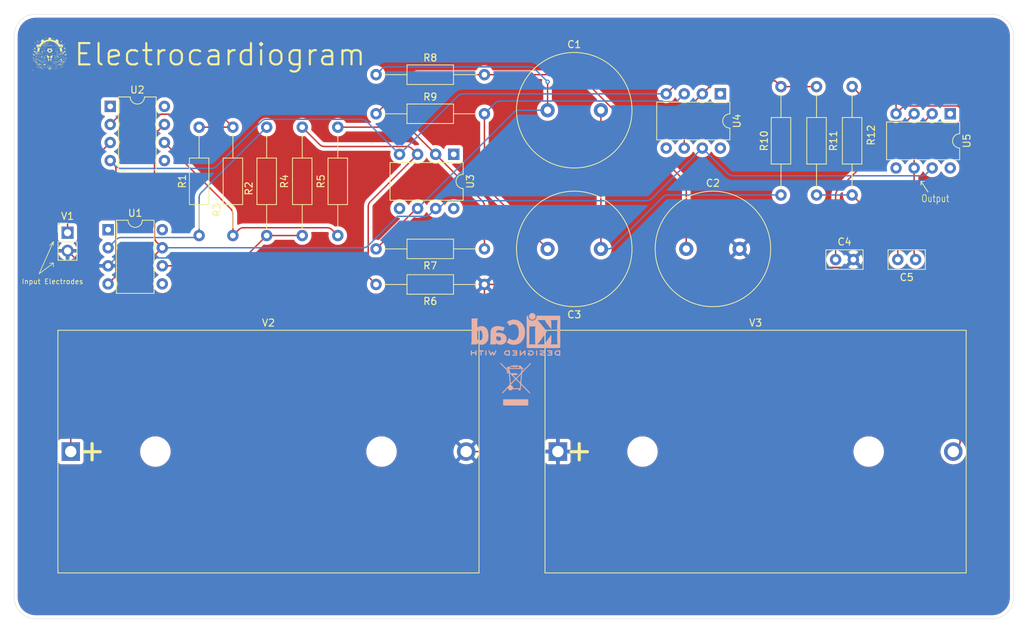
<source format=kicad_pcb>
(kicad_pcb (version 20240108) (generator "pcbnew") (generator_version "8.0")
  (layers (0 "F.Cu" signal) (31 "B.Cu" signal) (34 "B.Paste" user) (35 "F.Paste" user) (36 "B.SilkS" user "B.Silkscreen") (37 "F.SilkS" user "F.Silkscreen") (38 "B.Mask" user) (39 "F.Mask" user) (44 "Edge.Cuts" user))
  (net 0 "")
  (net 1 "Net-(C1-Pad1)")
  (net 2 "Net-(C1-Pad2)")
  (net 3 "Net-(C2-Pad1)")
  (net 4 "GND")
  (net 5 "Net-(U4-+)")
  (net 6 "Net-(U5-+)")
  (net 7 "Net-(U5--)")
  (net 8 "Net-(C5-Pad2)")
  (net 9 "Net-(U2--)")
  (net 10 "Net-(U1--)")
  (net 11 "Net-(R2-Pad2)")
  (net 12 "Net-(R3-Pad2)")
  (net 13 "Net-(U3-+)")
  (net 14 "Net-(U3--)")
  (net 15 "Net-(U4--)")
  (net 16 "Net-(U1-V+)")
  (net 18 "Net-(U1-V-)")
  (net 21 "Net-(U2-+)")
  (footprint "Capacitor_THT:C_Radial_D16.0mm_H31.5mm_P7.50mm" (layer "F.Cu") (at 161 97 180)
    (property "Reference" "C3" (at 3.75 -9.25 0) (layer "F.SilkS"))
    (property "Value" "1uF")
    (pad "1" thru_hole circle (at 0 0 180) (size 2 2) (drill 1) (layers "*.Cu" "*.Mask") (net 2 "Net-(C1-Pad2)"))
    (pad "2" thru_hole circle (at 7.5 0 180) (size 2 2) (drill 1) (layers "*.Cu" "*.Mask") (net 5 "Net-(U4-+)"))
  )
  (footprint "Resistor_THT:R_Axial_DIN0207_L6.3mm_D2.5mm_P15.24mm_Horizontal" (layer "F.Cu") (at 114 79.88 -90)
    (property "Reference" "R2" (at 8.62 2.5 90) (layer "F.SilkS"))
    (property "Value" "15k")
    (pad "1" thru_hole circle (at 0 0 270) (size 1.6 1.6) (drill 0.8) (layers "*.Cu" "*.Mask") (net 10 "Net-(U1--)"))
    (pad "2" thru_hole oval (at 15.24 0 270) (size 1.6 1.6) (drill 0.8) (layers "*.Cu" "*.Mask") (net 11 "Net-(R2-Pad2)"))
  )
  (footprint "Resistor_THT:R_Axial_DIN0207_L6.3mm_D2.5mm_P15.24mm_Horizontal" (layer "F.Cu") (at 129.38 78)
    (property "Reference" "R9" (at 7.62 -2.37 0) (layer "F.SilkS"))
    (property "Value" "42k")
    (pad "1" thru_hole circle (at 0 0) (size 1.6 1.6) (drill 0.8) (layers "*.Cu" "*.Mask") (net 3 "Net-(C2-Pad1)"))
    (pad "2" thru_hole oval (at 15.24 0) (size 1.6 1.6) (drill 0.8) (layers "*.Cu" "*.Mask") (net 5 "Net-(U4-+)"))
  )
  (footprint "Capacitor_THT:C_Radial_D16.0mm_H31.5mm_P7.50mm" (layer "F.Cu") (at 173 97)
    (property "Reference" "C2" (at 3.75 -9.25 0) (layer "F.SilkS"))
    (property "Value" "2uF")
    (pad "1" thru_hole circle (at 0 0) (size 2 2) (drill 1) (layers "*.Cu" "*.Mask") (net 3 "Net-(C2-Pad1)"))
    (pad "2" thru_hole circle (at 7.5 0) (size 2 2) (drill 1) (layers "*.Cu" "*.Mask") (net 4 "GND"))
  )
  (footprint "Battery:BatteryHolder_Bulgin_BX0036_1xC" (layer "F.Cu") (at 154.95 125.5)
    (property "Reference" "V3" (at 27.8 -18.1 0) (layer "F.SilkS"))
    (property "Value" "15V")
    (fp_text user "+" (at 3 -0.2 0) (layer "F.SilkS") (effects (font (size 3 3) (thickness 0.45))))
    (pad "" np_thru_hole circle (at 11.9 0) (size 3.8 3.8) (drill 3.8) (layers "*.Cu" "*.Mask"))
    (pad "" np_thru_hole circle (at 43.7 0) (size 3.8 3.8) (drill 3.8) (layers "*.Cu" "*.Mask"))
    (pad "1" thru_hole rect (at 0 0) (size 2.6 2.6) (drill 1.6) (layers "*.Cu" "*.Mask") (net 4 "GND"))
    (pad "2" thru_hole circle (at 55.6 0) (size 2.6 2.6) (drill 1.6) (layers "*.Cu" "*.Mask") (net 18 "Net-(U1-V-)"))
  )
  (footprint "Resistor_THT:R_Axial_DIN0207_L6.3mm_D2.5mm_P15.24mm_Horizontal" (layer "F.Cu") (at 129.38 72.5)
    (property "Reference" "R8" (at 7.62 -2.37 0) (layer "F.SilkS"))
    (property "Value" "165")
    (pad "1" thru_hole circle (at 0 0) (size 1.6 1.6) (drill 0.8) (layers "*.Cu" "*.Mask") (net 1 "Net-(C1-Pad1)"))
    (pad "2" thru_hole oval (at 15.24 0) (size 1.6 1.6) (drill 0.8) (layers "*.Cu" "*.Mask") (net 3 "Net-(C2-Pad1)"))
  )
  (footprint "Package_DIP:DIP-8_W7.62mm" (layer "F.Cu") (at 91.7 94.3)
    (property "Reference" "U1" (at 3.81 -2.33 0) (layer "F.SilkS"))
    (property "Value" "LM741")
    (pad "1" thru_hole rect (at 0 0) (size 1.6 1.6) (drill 0.8) (layers "*.Cu" "*.Mask"))
    (pad "2" thru_hole oval (at 0 2.54) (size 1.6 1.6) (drill 0.8) (layers "*.Cu" "*.Mask") (net 10 "Net-(U1--)"))
    (pad "3" thru_hole oval (at 0 5.08) (size 1.6 1.6) (drill 0.8) (layers "*.Cu" "*.Mask") (net 4 "GND"))
    (pad "4" thru_hole oval (at 0 7.62) (size 1.6 1.6) (drill 0.8) (layers "*.Cu" "*.Mask") (net 18 "Net-(U1-V-)"))
    (pad "5" thru_hole oval (at 7.62 7.62) (size 1.6 1.6) (drill 0.8) (layers "*.Cu" "*.Mask"))
    (pad "6" thru_hole oval (at 7.62 5.08) (size 1.6 1.6) (drill 0.8) (layers "*.Cu" "*.Mask") (net 11 "Net-(R2-Pad2)"))
    (pad "7" thru_hole oval (at 7.62 2.54) (size 1.6 1.6) (drill 0.8) (layers "*.Cu" "*.Mask") (net 16 "Net-(U1-V+)"))
    (pad "8" thru_hole oval (at 7.62 0) (size 1.6 1.6) (drill 0.8) (layers "*.Cu" "*.Mask"))
  )
  (footprint "Resistor_THT:R_Axial_DIN0207_L6.3mm_D2.5mm_P15.24mm_Horizontal" (layer "F.Cu") (at 191.32 74.18 -90)
    (property "Reference" "R11" (at 7.62 -2.37 90) (layer "F.SilkS"))
    (property "Value" "60k")
    (pad "1" thru_hole circle (at 0 0 270) (size 1.6 1.6) (drill 0.8) (layers "*.Cu" "*.Mask") (net 15 "Net-(U4--)"))
    (pad "2" thru_hole oval (at 15.24 0 270) (size 1.6 1.6) (drill 0.8) (layers "*.Cu" "*.Mask") (net 8 "Net-(C5-Pad2)"))
  )
  (footprint "Capacitor_THT:C_Disc_D5.0mm_W2.5mm_P2.50mm" (layer "F.Cu") (at 194 98.5)
    (property "Reference" "C4" (at 1.25 -2.5 0) (layer "F.SilkS"))
    (property "Value" "22nF")
    (pad "1" thru_hole circle (at 0 0) (size 1.6 1.6) (drill 0.8) (layers "*.Cu" "*.Mask") (net 6 "Net-(U5-+)"))
    (pad "2" thru_hole circle (at 2.5 0) (size 1.6 1.6) (drill 0.8) (layers "*.Cu" "*.Mask") (net 4 "GND"))
  )
  (footprint "Resistor_THT:R_Axial_DIN0207_L6.3mm_D2.5mm_P15.24mm_Horizontal" (layer "F.Cu") (at 109.25 79.88 -90)
    (property "Reference" "R3" (at 11.62 2.25 90) (layer "F.SilkS"))
    (property "Value" "15k")
    (pad "1" thru_hole circle (at 0 0 270) (size 1.6 1.6) (drill 0.8) (layers "*.Cu" "*.Mask") (net 9 "Net-(U2--)"))
    (pad "2" thru_hole oval (at 15.24 0 270) (size 1.6 1.6) (drill 0.8) (layers "*.Cu" "*.Mask") (net 12 "Net-(R3-Pad2)"))
  )
  (footprint "Capacitor_THT:C_Radial_D16.0mm_H31.5mm_P7.50mm" (layer "F.Cu") (at 153.5 77.5)
    (property "Reference" "C1" (at 3.75 -9.25 0) (layer "F.SilkS"))
    (property "Value" "1uF")
    (pad "1" thru_hole circle (at 0 0) (size 2 2) (drill 1) (layers "*.Cu" "*.Mask") (net 1 "Net-(C1-Pad1)"))
    (pad "2" thru_hole circle (at 7.5 0) (size 2 2) (drill 1) (layers "*.Cu" "*.Mask") (net 2 "Net-(C1-Pad2)"))
  )
  (footprint "LOGO" (layer "F.Cu") (at 83.5 69.5)
    (property "Reference" "G***" (hide yes))
    (property "Value" "LOGO" (hide yes))
  )
  (footprint "Battery:BatteryHolder_Bulgin_BX0036_1xC" (layer "F.Cu") (at 86.45 125.5)
    (property "Reference" "V2" (at 27.8 -18.1 0) (layer "F.SilkS"))
    (property "Value" "15V")
    (fp_text user "+" (at 3 -0.2 0) (layer "F.SilkS") (effects (font (size 3 3) (thickness 0.45))))
    (pad "" np_thru_hole circle (at 11.9 0) (size 3.8 3.8) (drill 3.8) (layers "*.Cu" "*.Mask"))
    (pad "" np_thru_hole circle (at 43.7 0) (size 3.8 3.8) (drill 3.8) (layers "*.Cu" "*.Mask"))
    (pad "1" thru_hole rect (at 0 0) (size 2.6 2.6) (drill 1.6) (layers "*.Cu" "*.Mask") (net 16 "Net-(U1-V+)"))
    (pad "2" thru_hole circle (at 55.6 0) (size 2.6 2.6) (drill 1.6) (layers "*.Cu" "*.Mask") (net 4 "GND"))
  )
  (footprint "Package_DIP:DIP-8_W7.62mm" (layer "F.Cu") (at 210.12 78 -90)
    (property "Reference" "U5" (at 3.81 -2.33 90) (layer "F.SilkS"))
    (property "Value" "LM741")
    (pad "1" thru_hole rect (at 0 0 270) (size 1.6 1.6) (drill 0.8) (layers "*.Cu" "*.Mask"))
    (pad "2" thru_hole oval (at 0 2.54 270) (size 1.6 1.6) (drill 0.8) (layers "*.Cu" "*.Mask") (net 7 "Net-(U5--)"))
    (pad "3" thru_hole oval (at 0 5.08 270) (size 1.6 1.6) (drill 0.8) (layers "*.Cu" "*.Mask") (net 6 "Net-(U5-+)"))
    (pad "4" thru_hole oval (at 0 7.62 270) (size 1.6 1.6) (drill 0.8) (layers "*.Cu" "*.Mask") (net 18 "Net-(U1-V-)"))
    (pad "5" thru_hole oval (at 7.62 7.62 270) (size 1.6 1.6) (drill 0.8) (layers "*.Cu" "*.Mask"))
    (pad "6" thru_hole oval (at 7.62 5.08 270) (size 1.6 1.6) (drill 0.8) (layers "*.Cu" "*.Mask") (net 7 "Net-(U5--)"))
    (pad "7" thru_hole oval (at 7.62 2.54 270) (size 1.6 1.6) (drill 0.8) (layers "*.Cu" "*.Mask") (net 16 "Net-(U1-V+)"))
    (pad "8" thru_hole oval (at 7.62 0 270) (size 1.6 1.6) (drill 0.8) (layers "*.Cu" "*.Mask"))
  )
  (footprint "Resistor_THT:R_Axial_DIN0207_L6.3mm_D2.5mm_P15.24mm_Horizontal" (layer "F.Cu") (at 144.62 102 180)
    (property "Reference" "R6" (at 7.62 -2.37 0) (layer "F.SilkS"))
    (property "Value" "33k")
    (pad "1" thru_hole circle (at 0 0 180) (size 1.6 1.6) (drill 0.8) (layers "*.Cu" "*.Mask") (net 4 "GND"))
    (pad "2" thru_hole oval (at 15.24 0 180) (size 1.6 1.6) (drill 0.8) (layers "*.Cu" "*.Mask") (net 13 "Net-(U3-+)"))
  )
  (footprint "Resistor_THT:R_Axial_DIN0207_L6.3mm_D2.5mm_P15.24mm_Horizontal" (layer "F.Cu") (at 196.32 89.42 90)
    (property "Reference" "R12" (at 8.42 2.68 90) (layer "F.SilkS"))
    (property "Value" "60k")
    (pad "1" thru_hole circle (at 0 0 90) (size 1.6 1.6) (drill 0.8) (layers "*.Cu" "*.Mask") (net 8 "Net-(C5-Pad2)"))
    (pad "2" thru_hole oval (at 15.24 0 90) (size 1.6 1.6) (drill 0.8) (layers "*.Cu" "*.Mask") (net 6 "Net-(U5-+)"))
  )
  (footprint "Package_DIP:DIP-8_W7.62mm" (layer "F.Cu") (at 177.8 75.2 -90)
    (property "Reference" "U4" (at 3.81 -2.33 90) (layer "F.SilkS"))
    (property "Value" "LM741")
    (pad "1" thru_hole rect (at 0 0 270) (size 1.6 1.6) (drill 0.8) (layers "*.Cu" "*.Mask"))
    (pad "2" thru_hole oval (at 0 2.54 270) (size 1.6 1.6) (drill 0.8) (layers "*.Cu" "*.Mask") (net 15 "Net-(U4--)"))
    (pad "3" thru_hole oval (at 0 5.08 270) (size 1.6 1.6) (drill 0.8) (layers "*.Cu" "*.Mask") (net 5 "Net-(U4-+)"))
    (pad "4" thru_hole oval (at 0 7.62 270) (size 1.6 1.6) (drill 0.8) (layers "*.Cu" "*.Mask") (net 18 "Net-(U1-V-)"))
    (pad "5" thru_hole oval (at 7.62 7.62 270) (size 1.6 1.6) (drill 0.8) (layers "*.Cu" "*.Mask"))
    (pad "6" thru_hole oval (at 7.62 5.08 270) (size 1.6 1.6) (drill 0.8) (layers "*.Cu" "*.Mask") (net 15 "Net-(U4--)"))
    (pad "7" thru_hole oval (at 7.62 2.54 270) (size 1.6 1.6) (drill 0.8) (layers "*.Cu" "*.Mask") (net 16 "Net-(U1-V+)"))
    (pad "8" thru_hole oval (at 7.62 0 270) (size 1.6 1.6) (drill 0.8) (layers "*.Cu" "*.Mask"))
  )
  (footprint "Package_DIP:DIP-8_W7.62mm" (layer "F.Cu") (at 92 76.96)
    (property "Reference" "U2" (at 3.81 -2.33 0) (layer "F.SilkS"))
    (property "Value" "LM741")
    (pad "1" thru_hole rect (at 0 0) (size 1.6 1.6) (drill 0.8) (layers "*.Cu" "*.Mask"))
    (pad "2" thru_hole oval (at 0 2.54) (size 1.6 1.6) (drill 0.8) (layers "*.Cu" "*.Mask") (net 9 "Net-(U2--)"))
    (pad "3" thru_hole oval (at 0 5.08) (size 1.6 1.6) (drill 0.8) (layers "*.Cu" "*.Mask") (net 21 "Net-(U2-+)"))
    (pad "4" thru_hole oval (at 0 7.62) (size 1.6 1.6) (drill 0.8) (layers "*.Cu" "*.Mask") (net 18 "Net-(U1-V-)"))
    (pad "5" thru_hole oval (at 7.62 7.62) (size 1.6 1.6) (drill 0.8) (layers "*.Cu" "*.Mask"))
    (pad "6" thru_hole oval (at 7.62 5.08) (size 1.6 1.6) (drill 0.8) (layers "*.Cu" "*.Mask") (net 12 "Net-(R3-Pad2)"))
    (pad "7" thru_hole oval (at 7.62 2.54) (size 1.6 1.6) (drill 0.8) (layers "*.Cu" "*.Mask") (net 16 "Net-(U1-V+)"))
    (pad "8" thru_hole oval (at 7.62 0) (size 1.6 1.6) (drill 0.8) (layers "*.Cu" "*.Mask"))
  )
  (footprint "Connector_PinHeader_2.54mm:PinHeader_1x02_P2.54mm_Vertical" (layer "F.Cu") (at 86 94.725)
    (property "Reference" "V1" (at 0 -2.33 0) (layer "F.SilkS"))
    (property "Value" "1mV")
    (pad "1" thru_hole rect (at 0 0) (size 1.7 1.7) (drill 1) (layers "*.Cu" "*.Mask") (net 21 "Net-(U2-+)"))
    (pad "2" thru_hole oval (at 0 2.54) (size 1.7 1.7) (drill 1) (layers "*.Cu" "*.Mask") (net 4 "GND"))
  )
  (footprint "Resistor_THT:R_Axial_DIN0207_L6.3mm_D2.5mm_P15.24mm_Horizontal" (layer "F.Cu") (at 186.32 89.42 90)
    (property "Reference" "R10" (at 7.62 -2.37 90) (layer "F.SilkS"))
    (property "Value" "165")
    (pad "1" thru_hole circle (at 0 0 90) (size 1.6 1.6) (drill 0.8) (layers "*.Cu" "*.Mask") (net 2 "Net-(C1-Pad2)"))
    (pad "2" thru_hole oval (at 15.24 0 90) (size 1.6 1.6) (drill 0.8) (layers "*.Cu" "*.Mask") (net 15 "Net-(U4--)"))
  )
  (footprint "Resistor_THT:R_Axial_DIN0207_L6.3mm_D2.5mm_P15.24mm_Horizontal" (layer "F.Cu") (at 104.5 95.12 90)
    (property "Reference" "R1" (at 7.62 -2.37 90) (layer "F.SilkS"))
    (property "Value" "1k")
    (pad "1" thru_hole circle (at 0 0 90) (size 1.6 1.6) (drill 0.8) (layers "*.Cu" "*.Mask") (net 10 "Net-(U1--)"))
    (pad "2" thru_hole oval (at 15.24 0 90) (size 1.6 1.6) (drill 0.8) (layers "*.Cu" "*.Mask") (net 9 "Net-(U2--)"))
  )
  (footprint "Capacitor_THT:C_Disc_D5.0mm_W2.5mm_P2.50mm" (layer "F.Cu") (at 205.25 98.5 180)
    (property "Reference" "C5" (at 1.25 -2.5 0) (layer "F.SilkS"))
    (property "Value" "22nF")
    (pad "1" thru_hole circle (at 0 0 180) (size 1.6 1.6) (drill 0.8) (layers "*.Cu" "*.Mask") (net 7 "Net-(U5--)"))
    (pad "2" thru_hole circle (at 2.5 0 180) (size 1.6 1.6) (drill 0.8) (layers "*.Cu" "*.Mask") (net 8 "Net-(C5-Pad2)"))
  )
  (footprint "Resistor_THT:R_Axial_DIN0207_L6.3mm_D2.5mm_P15.24mm_Horizontal" (layer "F.Cu") (at 119 95.12 90)
    (property "Reference" "R4" (at 7.62 -2.5 90) (layer "F.SilkS"))
    (property "Value" "1k")
    (pad "1" thru_hole circle (at 0 0 90) (size 1.6 1.6) (drill 0.8) (layers "*.Cu" "*.Mask") (net 11 "Net-(R2-Pad2)"))
    (pad "2" thru_hole oval (at 15.24 0 90) (size 1.6 1.6) (drill 0.8) (layers "*.Cu" "*.Mask") (net 13 "Net-(U3-+)"))
  )
  (footprint "Package_DIP:DIP-8_W7.62mm" (layer "F.Cu") (at 140.3 83.7 -90)
    (property "Reference" "U3" (at 3.81 -2.33 90) (layer "F.SilkS"))
    (property "Value" "LM741")
    (pad "1" thru_hole rect (at 0 0 270) (size 1.6 1.6) (drill 0.8) (layers "*.Cu" "*.Mask"))
    (pad "2" thru_hole oval (at 0 2.54 270) (size 1.6 1.6) (drill 0.8) (layers "*.Cu" "*.Mask") (net 14 "Net-(U3--)"))
    (pad "3" thru_hole oval (at 0 5.08 270) (size 1.6 1.6) (drill 0.8) (layers "*.Cu" "*.Mask") (net 13 "Net-(U3-+)"))
    (pad "4" thru_hole oval (at 0 7.62 270) (size 1.6 1.6) (drill 0.8) (layers "*.Cu" "*.Mask") (net 18 "Net-(U1-V-)"))
    (pad "5" thru_hole oval (at 7.62 7.62 270) (size 1.6 1.6) (drill 0.8) (layers "*.Cu" "*.Mask"))
    (pad "6" thru_hole oval (at 7.62 5.08 270) (size 1.6 1.6) (drill 0.8) (layers "*.Cu" "*.Mask") (net 1 "Net-(C1-Pad1)"))
    (pad "7" thru_hole oval (at 7.62 2.54 270) (size 1.6 1.6) (drill 0.8) (layers "*.Cu" "*.Mask") (net 16 "Net-(U1-V+)"))
    (pad "8" thru_hole oval (at 7.62 0 270) (size 1.6 1.6) (drill 0.8) (layers "*.Cu" "*.Mask"))
  )
  (footprint "Resistor_THT:R_Axial_DIN0207_L6.3mm_D2.5mm_P15.24mm_Horizontal" (layer "F.Cu") (at 144.62 97 180)
    (property "Reference" "R7" (at 7.62 -2.37 0) (layer "F.SilkS"))
    (property "Value" "33k")
    (pad "1" thru_hole circle (at 0 0 180) (size 1.6 1.6) (drill 0.8) (layers "*.Cu" "*.Mask") (net 14 "Net-(U3--)"))
    (pad "2" thru_hole oval (at 15.24 0 180) (size 1.6 1.6) (drill 0.8) (layers "*.Cu" "*.Mask") (net 1 "Net-(C1-Pad1)"))
  )
  (footprint "Resistor_THT:R_Axial_DIN0207_L6.3mm_D2.5mm_P15.24mm_Horizontal" (layer "F.Cu") (at 124 95.12 90)
    (property "Reference" "R5" (at 7.62 -2.37 90) (layer "F.SilkS"))
    (property "Value" "1k")
    (pad "1" thru_hole circle (at 0 0 90) (size 1.6 1.6) (drill 0.8) (layers "*.Cu" "*.Mask") (net 12 "Net-(R3-Pad2)"))
    (pad "2" thru_hole oval (at 15.24 0 90) (size 1.6 1.6) (drill 0.8) (layers "*.Cu" "*.Mask") (net 14 "Net-(U3--)"))
  )
  (footprint "Symbol:KiCad-Logo2_5mm_SilkScreen" (layer "B.Cu") (at 149 109 180)
    (property "Reference" "REF**" (hide yes))
    (property "Value" "KiCad-Logo2_5mm_SilkScreen" (hide yes))
  )
  (footprint "Symbol:WEEE-Logo_4.2x6mm_SilkScreen" (layer "B.Cu") (at 149 116 180)
    (property "Reference" "REF**" (hide yes))
    (property "Value" "WEEE-Logo_4.2x6mm_SilkScreen" (hide yes))
  )
  (gr_line (start 206 87.5) (end 206 88) (stroke (width 0.1)) (layer "F.SilkS"))
  (gr_line (start 84 99) (end 84 99.5) (stroke (width 0.1)) (layer "F.SilkS"))
  (gr_line (start 206 88) (end 206 87.5) (stroke (width 0.1)) (layer "F.SilkS"))
  (gr_line (start 84 96) (end 83.5 96.5) (stroke (width 0.1)) (layer "F.SilkS"))
  (gr_line (start 84 99) (end 83.5 99) (stroke (width 0.1)) (layer "F.SilkS"))
  (gr_line (start 82 100.5) (end 84 99) (stroke (width 0.1)) (layer "F.SilkS"))
  (gr_line (start 206 87.5) (end 207 89) (stroke (width 0.1)) (layer "F.SilkS"))
  (gr_line (start 207 89) (end 206 87.5) (stroke (width 0.1)) (layer "F.SilkS"))
  (gr_line (start 82 100.5) (end 84 96) (stroke (width 0.1)) (layer "F.SilkS"))
  (gr_line (start 84 96) (end 84 96.5) (stroke (width 0.1)) (layer "F.SilkS"))
  (gr_line (start 206.5 87.5) (end 206 87.5) (stroke (width 0.1)) (layer "F.SilkS"))
  (gr_arc (start 78.5 67) (mid 79.37868 64.87868) (end 81.5 64) (stroke (width 0.05)) (layer "Edge.Cuts"))
  (gr_line (start 216 149) (end 81.5 149) (stroke (width 0.05)) (layer "Edge.Cuts"))
  (gr_line (start 219 67) (end 219 146) (stroke (width 0.05)) (layer "Edge.Cuts"))
  (gr_arc (start 219 146) (mid 218.12132 148.12132) (end 216 149) (stroke (width 0.05)) (layer "Edge.Cuts"))
  (gr_line (start 78.5 146) (end 78.5 67) (stroke (width 0.05)) (layer "Edge.Cuts"))
  (gr_arc (start 216 64) (mid 218.12132 64.87868) (end 219 67) (stroke (width 0.05)) (layer "Edge.Cuts"))
  (gr_arc (start 81.5 149) (mid 79.37868 148.12132) (end 78.5 146) (stroke (width 0.05)) (layer "Edge.Cuts"))
  (gr_line (start 81.5 64) (end 216 64) (stroke (width 0.05)) (layer "Edge.Cuts"))
  (gr_text "Electrocardiogram" (at 86.733973 71.438072 0) (layer "F.SilkS") (effects (font (size 3 3) (thickness 0.3)) (justify left bottom)))
  (gr_text "Input Electrodes" (at 79.5 102 0) (layer "F.SilkS") (effects (font (size 0.7 0.7) (thickness 0.1)) (justify left bottom)))
  (gr_text "Output\n" (at 206 90.5 0) (layer "F.SilkS") (effects (font (size 1 0.8) (thickness 0.1)) (justify left bottom)))
  (segment (start 129.38 97) (end 135.06 91.32) (width 0.2) (layer "F.Cu") (net 1))
  (segment (start 153.5 73.5) (end 153.5 77.5) (width 0.2) (layer "F.Cu") (net 1))
  (segment (start 135.06 91.32) (end 135.22 91.32) (width 0.2) (layer "F.Cu") (net 1))
  (via (at 153.5 73.5) (size 0.6) (drill 0.3) (layers "F.Cu" "B.Cu") (net 1))
  (segment (start 149.454214 77.5) (end 153.5 77.5) (width 0.2) (layer "B.Cu") (net 1))
  (segment (start 135.22 91.32) (end 148.747107 77.792893) (width 0.2) (layer "B.Cu") (net 1))
  (segment (start 130.894214 71.4) (end 150.985786 71.4) (width 0.2) (layer "B.Cu") (net 1))
  (segment (start 129.38 72.5) (end 130.187107 71.692893) (width 0.2) (layer "B.Cu") (net 1))
  (segment (start 151.692893 71.692893) (end 153.5 73.5) (width 0.2) (layer "B.Cu") (net 1))
  (arc (start 151.692893 71.692893) (mid 151.36847 71.47612) (end 150.985786 71.4) (width 0.2) (layer "B.Cu") (net 1))
  (arc (start 148.747107 77.792893) (mid 149.07153 77.57612) (end 149.454214 77.5) (width 0.2) (layer "B.Cu") (net 1))
  (arc (start 130.894214 71.4) (mid 130.511531 71.47612) (end 130.187107 71.692893) (width 0.2) (layer "B.Cu") (net 1))
  (segment (start 161 97) (end 161 77.5) (width 0.2) (layer "F.Cu") (net 2))
  (segment (start 162.707106 96.707107) (end 169.70132 89.712893) (width 0.2) (layer "B.Cu") (net 2))
  (segment (start 161 97) (end 161.999999 97) (width 0.2) (layer "B.Cu") (net 2))
  (segment (start 170.408427 89.42) (end 186.32 89.42) (width 0.2) (layer "B.Cu") (net 2))
  (arc (start 161.999999 97) (mid 162.382682 96.92388) (end 162.707106 96.707107) (width 0.2) (layer "B.Cu") (net 2))
  (arc (start 169.70132 89.712893) (mid 170.025743 89.49612) (end 170.408427 89.42) (width 0.2) (layer "B.Cu") (net 2))
  (segment (start 144.62 72.5) (end 157.424264 72.5) (width 0.2) (layer "F.Cu") (net 3))
  (segment (start 144.62 72.5) (end 135.294214 72.5) (width 0.2) (layer "F.Cu") (net 3))
  (segment (start 158.131371 72.792893) (end 172.707107 87.368629) (width 0.2) (layer "F.Cu") (net 3))
  (segment (start 173 88.075736) (end 173 97) (width 0.2) (layer "F.Cu") (net 3))
  (segment (start 134.587107 72.792893) (end 129.38 78) (width 0.2) (layer "F.Cu") (net 3))
  (arc (start 158.131371 72.792893) (mid 157.806948 72.57612) (end 157.424264 72.5) (width 0.2) (layer "F.Cu") (net 3))
  (arc (start 173 88.075736) (mid 172.92388 87.693053) (end 172.707107 87.368629) (width 0.2) (layer "F.Cu") (net 3))
  (arc (start 134.587107 72.792893) (mid 134.91153 72.57612) (end 135.294214 72.5) (width 0.2) (layer "F.Cu") (net 3))
  (segment (start 144.62 102) (end 175.085786 102) (width 0.2) (layer "F.Cu") (net 4))
  (segment (start 144.62 102) (end 144.62 122.515786) (width 0.2) (layer "F.Cu") (net 4))
  (segment (start 144.327107 123.222893) (end 142.05 125.5) (width 0.2) (layer "F.Cu") (net 4))
  (segment (start 195.692893 99.307107) (end 196.5 98.5) (width 0.2) (layer "F.Cu") (net 4))
  (segment (start 180.5 97) (end 182.807107 99.307107) (width 0.2) (layer "F.Cu") (net 4))
  (segment (start 86 97.265) (end 87.822107 99.087107) (width 0.2) (layer "F.Cu") (net 4))
  (segment (start 88.529214 99.38) (end 91.7 99.38) (width 0.2) (layer "F.Cu") (net 4))
  (segment (start 183.514214 99.6) (end 194.985786 99.6) (width 0.2) (layer "F.Cu") (net 4))
  (segment (start 142.05 125.5) (end 154.95 125.5) (width 0.2) (layer "F.Cu") (net 4))
  (segment (start 175.792893 101.707107) (end 180.5 97) (width 0.2) (layer "F.Cu") (net 4))
  (arc (start 175.792893 101.707107) (mid 175.46847 101.92388) (end 175.085786 102) (width 0.2) (layer "F.Cu") (net 4))
  (arc (start 88.529214 99.38) (mid 88.146531 99.30388) (end 87.822107 99.087107) (width 0.2) (layer "F.Cu") (net 4))
  (arc (start 194.985786 99.6) (mid 195.368469 99.52388) (end 195.692893 99.307107) (width 0.2) (layer "F.Cu") (net 4))
  (arc (start 183.514214 99.6) (mid 183.131531 99.52388) (end 182.807107 99.307107) (width 0.2) (layer "F.Cu") (net 4))
  (arc (start 144.327107 123.222893) (mid 144.54388 122.89847) (end 144.62 122.515786) (width 0.2) (layer "F.Cu") (net 4))
  (segment (start 93.214214 98.28) (end 140.485786 98.28) (width 0.2) (layer "B.Cu") (net 4))
  (segment (start 91.7 99.38) (end 92.507107 98.572893) (width 0.2) (layer "B.Cu") (net 4))
  (segment (start 141.192893 98.572893) (end 144.62 102) (width 0.2) (layer "B.Cu") (net 4))
  (arc (start 93.214214 98.28) (mid 92.831531 98.35612) (end 92.507107 98.572893) (width 0.2) (layer "B.Cu") (net 4))
  (arc (start 140.485786 98.28) (mid 140.868469 98.35612) (end 141.192893 98.572893) (width 0.2) (layer "B.Cu") (net 4))
  (segment (start 144.62 78) (end 144.62 87.705786) (width 0.2) (layer "F.Cu") (net 5))
  (segment (start 144.912893 88.412893) (end 153.5 97) (width 0.2) (layer "F.Cu") (net 5))
  (arc (start 144.62 87.705786) (mid 144.69612 88.088469) (end 144.912893 88.412893) (width 0.2) (layer "F.Cu") (net 5))
  (segment (start 146.834214 76.2) (end 169.624365 76.2) (width 0.2) (layer "B.Cu") (net 5))
  (segment (start 171.912893 76.007107) (end 172.72 75.2) (width 0.2) (layer "B.Cu") (net 5))
  (segment (start 169.624365 76.2) (end 169.724365 76.3) (width 0.2) (layer "B.Cu") (net 5))
  (segment (start 144.62 78) (end 146.127107 76.492893) (width 0.2) (layer "B.Cu") (net 5))
  (segment (start 169.724365 76.3) (end 171.205786 76.3) (width 0.2) (layer "B.Cu") (net 5))
  (arc (start 146.127107 76.492893) (mid 146.45153 76.27612) (end 146.834214 76.2) (width 0.2) (layer "B.Cu") (net 5))
  (arc (start 171.912893 76.007107) (mid 171.58847 76.22388) (end 171.205786 76.3) (width 0.2) (layer "B.Cu") (net 5))
  (segment (start 196.32 74.18) (end 200.947107 78.807107) (width 0.2) (layer "F.Cu") (net 6))
  (segment (start 203.94 79.1) (end 205.04 78) (width 0.2) (layer "F.Cu") (net 6))
  (segment (start 194 98.5) (end 194 89.454214) (width 0.2) (layer "F.Cu") (net 6))
  (segment (start 194.292893 88.747107) (end 205.04 78) (width 0.2) (layer "F.Cu") (net 6))
  (segment (start 201.654214 79.1) (end 203.94 79.1) (width 0.2) (layer "F.Cu") (net 6))
  (arc (start 200.947107 78.807107) (mid 201.27153 79.02388) (end 201.654214 79.1) (width 0.2) (layer "F.Cu") (net 6))
  (arc (start 194.292893 88.747107) (mid 194.07612 89.07153) (end 194 89.454214) (width 0.2) (layer "F.Cu") (net 6))
  (segment (start 205.332893 80.247107) (end 207.58 78) (width 0.2) (layer "F.Cu") (net 7))
  (segment (start 205.04 85.62) (end 205.04 80.954214) (width 0.2) (layer "F.Cu") (net 7))
  (segment (start 205.04 85.62) (end 205.04 98.29) (width 0.2) (layer "F.Cu") (net 7))
  (segment (start 205.04 98.29) (end 205.25 98.5) (width 0.2) (layer "F.Cu") (net 7))
  (arc (start 205.04 80.954214) (mid 205.11612 80.571531) (end 205.332893 80.247107) (width 0.2) (layer "F.Cu") (net 7))
  (segment (start 202.457107 95.557107) (end 196.32 89.42) (width 0.2) (layer "F.Cu") (net 8))
  (segment (start 202.75 98.5) (end 202.75 96.264214) (width 0.2) (layer "F.Cu") (net 8))
  (arc (start 202.457107 95.557107) (mid 202.67388 95.88153) (end 202.75 96.264214) (width 0.2) (layer "F.Cu") (net 8))
  (segment (start 191.32 89.42) (end 196.32 89.42) (width 0.2) (layer "B.Cu") (net 8))
  (segment (start 93.854214 78.06) (end 107.015786 78.06) (width 0.2) (layer "F.Cu") (net 9))
  (segment (start 107.722893 78.352893) (end 109.25 79.88) (width 0.2) (layer "F.Cu") (net 9))
  (segment (start 92 79.5) (end 93.147107 78.352893) (width 0.2) (layer "F.Cu") (net 9))
  (segment (start 104.5 79.88) (end 109.25 79.88) (width 0.2) (layer "F.Cu") (net 9))
  (arc (start 93.854214 78.06) (mid 93.471531 78.13612) (end 93.147107 78.352893) (width 0.2) (layer "F.Cu") (net 9))
  (arc (start 107.015786 78.06) (mid 107.398469 78.13612) (end 107.722893 78.352893) (width 0.2) (layer "F.Cu") (net 9))
  (segment (start 104.22 95.4) (end 104.5 95.12) (width 0.2) (layer "B.Cu") (net 10))
  (segment (start 104.792893 89.087107) (end 114 79.88) (width 0.2) (layer "B.Cu") (net 10))
  (segment (start 104.5 95.12) (end 104.5 89.794214) (width 0.2) (layer "B.Cu") (net 10))
  (segment (start 91.7 96.84) (end 92.847107 95.692893) (width 0.2) (layer "B.Cu") (net 10))
  (segment (start 93.554214 95.4) (end 104.22 95.4) (width 0.2) (layer "B.Cu") (net 10))
  (arc (start 92.847107 95.692893) (mid 93.17153 95.47612) (end 93.554214 95.4) (width 0.2) (layer "B.Cu") (net 10))
  (arc (start 104.5 89.794214) (mid 104.57612 89.411531) (end 104.792893 89.087107) (width 0.2) (layer "B.Cu") (net 10))
  (segment (start 110.032893 99.087107) (end 114 95.12) (width 0.2) (layer "F.Cu") (net 11))
  (segment (start 99.32 99.38) (end 109.325786 99.38) (width 0.2) (layer "F.Cu") (net 11))
  (segment (start 114 95.12) (end 119 95.12) (width 0.2) (layer "F.Cu") (net 11))
  (arc (start 110.032893 99.087107) (mid 109.70847 99.30388) (end 109.325786 99.38) (width 0.2) (layer "F.Cu") (net 11))
  (segment (start 110.764214 94.02) (end 122.485786 94.02) (width 0.2) (layer "F.Cu") (net 12))
  (segment (start 109.25 95.12) (end 109.25 92.084214) (width 0.2) (layer "F.Cu") (net 12))
  (segment (start 108.957107 91.377107) (end 99.62 82.04) (width 0.2) (layer "F.Cu") (net 12))
  (segment (start 109.25 95.12) (end 110.057107 94.312893) (width 0.2) (layer "F.Cu") (net 12))
  (segment (start 123.192893 94.312893) (end 124 95.12) (width 0.2) (layer "F.Cu") (net 12))
  (arc (start 123.192893 94.312893) (mid 122.86847 94.09612) (end 122.485786 94.02) (width 0.2) (layer "F.Cu") (net 12))
  (arc (start 110.057107 94.312893) (mid 110.38153 94.09612) (end 110.764214 94.02) (width 0.2) (layer "F.Cu") (net 12))
  (arc (start 109.25 92.084214) (mid 109.17388 91.701531) (end 108.957107 91.377107) (width 0.2) (layer "F.Cu") (net 12))
  (segment (start 128.572893 90.347107) (end 135.22 83.7) (width 0.2) (layer "F.Cu") (net 13))
  (segment (start 128.28 100.485786) (end 128.28 91.054214) (width 0.2) (layer "F.Cu") (net 13))
  (segment (start 129.38 102) (end 128.572893 101.192893) (width 0.2) (layer "F.Cu") (net 13))
  (segment (start 119 79.88) (end 121.427107 82.307107) (width 0.2) (layer "F.Cu") (net 13))
  (segment (start 134.412893 82.892893) (end 135.22 83.7) (width 0.2) (layer "F.Cu") (net 13))
  (segment (start 122.134214 82.6) (end 133.705786 82.6) (width 0.2) (layer "F.Cu") (net 13))
  (arc (start 128.572893 101.192893) (mid 128.35612 100.86847) (end 128.28 100.485786) (width 0.2) (layer "F.Cu") (net 13))
  (arc (start 121.427107 82.307107) (mid 121.75153 82.52388) (end 122.134214 82.6) (width 0.2) (layer "F.Cu") (net 13))
  (arc (start 134.412893 82.892893) (mid 134.08847 82.67612) (end 133.705786 82.6) (width 0.2) (layer "F.Cu") (net 13))
  (arc (start 128.572893 90.347107) (mid 128.35612 90.67153) (end 128.28 91.054214) (width 0.2) (layer "F.Cu") (net 13))
  (segment (start 144.327107 90.267107) (end 137.76 83.7) (width 0.2) (layer "F.Cu") (net 14))
  (segment (start 134.232893 80.172893) (end 137.76 83.7) (width 0.2) (layer "F.Cu") (net 14))
  (segment (start 144.62 97) (end 144.62 90.974214) (width 0.2) (layer "F.Cu") (net 14))
  (segment (start 124 79.88) (end 133.525786 79.88) (width 0.2) (layer "F.Cu") (net 14))
  (arc (start 133.525786 79.88) (mid 133.908469 79.95612) (end 134.232893 80.172893) (width 0.2) (layer "F.Cu") (net 14))
  (arc (start 144.62 90.974214) (mid 144.54388 90.591531) (end 144.327107 90.267107) (width 0.2) (layer "F.Cu") (net 14))
  (segment (start 172.72 82.82) (end 172.72 78.154214) (width 0.2) (layer "F.Cu") (net 15))
  (segment (start 186.32 74.18) (end 191.32 74.18) (width 0.2) (layer "F.Cu") (net 15))
  (segment (start 177.494213 73.380001) (end 185.520001 73.380001) (width 0.2) (layer "F.Cu") (net 15))
  (segment (start 185.520001 73.380001) (end 186.32 74.18) (width 0.2) (layer "F.Cu") (net 15))
  (segment (start 175.26 75.2) (end 176.787106 73.672894) (width 0.2) (layer "F.Cu") (net 15))
  (segment (start 173.012893 77.447107) (end 175.26 75.2) (width 0.2) (layer "F.Cu") (net 15))
  (arc (start 176.787106 73.672894) (mid 177.111529 73.456121) (end 177.494213 73.380001) (width 0.2) (layer "F.Cu") (net 15))
  (arc (start 172.72 78.154214) (mid 172.79612 77.771531) (end 173.012893 77.447107) (width 0.2) (layer "F.Cu") (net 15))
  (segment (start 86.45 110.124214) (end 86.45 125.5) (width 0.2) (layer "F.Cu") (net 16))
  (segment (start 99.32 96.84) (end 98.512893 96.032893) (width 0.2) (layer "F.Cu") (net 16))
  (segment (start 98.512893 80.607107) (end 99.62 79.5) (width 0.2) (layer "F.Cu") (net 16))
  (segment (start 98.22 95.325786) (end 98.22 81.314214) (width 0.2) (layer "F.Cu") (net 16))
  (segment (start 99.32 96.84) (end 86.742893 109.417107) (width 0.2) (layer "F.Cu") (net 16))
  (arc (start 98.22 81.314214) (mid 98.29612 80.931531) (end 98.512893 80.607107) (width 0.2) (layer "F.Cu") (net 16))
  (arc (start 98.22 95.325786) (mid 98.29612 95.708469) (end 98.512893 96.032893) (width 0.2) (layer "F.Cu") (net 16))
  (arc (start 86.742893 109.417107) (mid 86.52612 109.74153) (end 86.45 110.124214) (width 0.2) (layer "F.Cu") (net 16))
  (segment (start 168.152893 89.927107) (end 175.26 82.82) (width 0.2) (layer "B.Cu") (net 16))
  (segment (start 139.694214 90.22) (end 167.445786 90.22) (width 0.2) (layer "B.Cu") (net 16))
  (segment (start 206.772893 86.427107) (end 207.58 85.62) (width 0.2) (layer "B.Cu") (net 16))
  (segment (start 179.574214 86.72) (end 206.065786 86.72) (width 0.2) (layer "B.Cu") (net 16))
  (segment (start 138.18 91.32) (end 138.987107 90.512893) (width 0.2) (layer "B.Cu") (net 16))
  (segment (start 99.32 96.84) (end 127.570151 96.84) (width 0.2) (layer "B.Cu") (net 16))
  (segment (start 137.76 91.32) (end 138.18 91.32) (width 0.2) (layer "B.Cu") (net 16))
  (segment (start 136.952893 92.127107) (end 137.76 91.32) (width 0.2) (layer "B.Cu") (net 16))
  (segment (start 132.404365 92.42) (end 136.245786 92.42) (width 0.2) (layer "B.Cu") (net 16))
  (segment (start 175.26 82.82) (end 178.867107 86.427107) (width 0.2) (layer "B.Cu") (net 16))
  (segment (start 128.277258 96.547107) (end 132.404365 92.42) (width 0.2) (layer "B.Cu") (net 16))
  (arc (start 138.987107 90.512893) (mid 139.31153 90.29612) (end 139.694214 90.22) (width 0.2) (layer "B.Cu") (net 16))
  (arc (start 136.952893 92.127107) (mid 136.62847 92.34388) (end 136.245786 92.42) (width 0.2) (layer "B.Cu") (net 16))
  (arc (start 178.867107 86.427107) (mid 179.19153 86.64388) (end 179.574214 86.72) (width 0.2) (layer "B.Cu") (net 16))
  (arc (start 128.277258 96.547107) (mid 127.952835 96.76388) (end 127.570151 96.84) (width 0.2) (layer "B.Cu") (net 16))
  (arc (start 206.772893 86.427107) (mid 206.44847 86.64388) (end 206.065786 86.72) (width 0.2) (layer "B.Cu") (net 16))
  (arc (start 167.445786 90.22) (mid 167.828469 90.14388) (end 168.152893 89.927107) (width 0.2) (layer "B.Cu") (net 16))
  (segment (start 211.207107 124.842893) (end 210.55 125.5) (width 0.2) (layer "F.Cu") (net 18))
  (segment (start 211.22 76.9) (end 211.5 77.18) (width 0.2) (layer "F.Cu") (net 18))
  (segment (start 170.18 75.2) (end 173.587107 71.792893) (width 0.2) (layer "F.Cu") (net 18))
  (segment (start 211.5 77.18) (end 211.5 124.135786) (width 0.2) (layer "F.Cu") (net 18))
  (segment (start 91.7 101.92) (end 92.507107 101.112893) (width 0.2) (layer "F.Cu") (net 18))
  (segment (start 92.507107 85.087107) (end 92 84.58) (width 0.2) (layer "F.Cu") (net 18))
  (segment (start 202.5 78) (end 203.307107 77.192893) (width 0.2) (layer "F.Cu") (net 18))
  (segment (start 202.5 72.5) (end 202.5 78) (width 0.2) (layer "F.Cu") (net 18))
  (segment (start 204.014214 76.9) (end 211.22 76.9) (width 0.2) (layer "F.Cu") (net 18))
  (segment (start 174.294214 71.5) (end 201.5 71.5) (width 0.2) (layer "F.Cu") (net 18))
  (segment (start 92.8 100.405786) (end 92.8 85.794214) (width 0.2) (layer "F.Cu") (net 18))
  (arc (start 92.8 85.794214) (mid 92.72388 85.411531) (end 92.507107 85.087107) (width 0.2) (layer "F.Cu") (net 18))
  (arc (start 174.294214 71.5) (mid 173.911531 71.57612) (end 173.587107 71.792893) (width 0.2) (layer "F.Cu") (net 18))
  (arc (start 204.014214 76.9) (mid 203.631531 76.97612) (end 203.307107 77.192893) (width 0.2) (layer "F.Cu") (net 18))
  (arc (start 211.5 124.135786) (mid 211.42388 124.518469) (end 211.207107 124.842893) (width 0.2) (layer "F.Cu") (net 18))
  (arc (start 92.8 100.405786) (mid 92.72388 100.788469) (end 92.507107 101.112893) (width 0.2) (layer "F.Cu") (net 18))
  (arc (start 201.5 71.5) (mid 202.207107 71.792893) (end 202.5 72.5) (width 0.2) (layer "F.Cu") (net 18))
  (segment (start 128.052893 79.072893) (end 132.68 83.7) (width 0.2) (layer "B.Cu") (net 18))
  (segment (start 92 84.58) (end 92.807107 85.387107) (width 0.2) (layer "B.Cu") (net 18))
  (segment (start 93.514214 85.68) (end 106.230151 85.68) (width 0.2) (layer "B.Cu") (net 18))
  (segment (start 132.68 83.7) (end 140.887107 75.492893) (width 0.2) (layer "B.Cu") (net 18))
  (segment (start 106.937258 85.387107) (end 113.251472 79.072893) (width 0.2) (layer "B.Cu") (net 18))
  (segment (start 113.958579 78.78) (end 127.345786 78.78) (width 0.2) (layer "B.Cu") (net 18))
  (segment (start 141.594214 75.2) (end 170.18 75.2) (width 0.2) (layer "B.Cu") (net 18))
  (arc (start 93.514214 85.68) (mid 93.131531 85.60388) (end 92.807107 85.387107) (width 0.2) (layer "B.Cu") (net 18))
  (arc (start 128.052893 79.072893) (mid 127.72847 78.85612) (end 127.345786 78.78) (width 0.2) (layer "B.Cu") (net 18))
  (arc (start 113.251472 79.072893) (mid 113.575895 78.85612) (end 113.958579 78.78) (width 0.2) (layer "B.Cu") (net 18))
  (arc (start 140.887107 75.492893) (mid 141.21153 75.27612) (end 141.594214 75.2) (width 0.2) (layer "B.Cu") (net 18))
  (arc (start 106.230151 85.68) (mid 106.612834 85.60388) (end 106.937258 85.387107) (width 0.2) (layer "B.Cu") (net 18))
  (segment (start 86.292893 87.747107) (end 92 82.04) (width 0.2) (layer "F.Cu") (net 21))
  (segment (start 86 94.725) (end 86 88.454214) (width 0.2) (layer "F.Cu") (net 21))
  (arc (start 86 88.454214) (mid 86.07612 88.071531) (end 86.292893 87.747107) (width 0.2) (layer "F.Cu") (net 21))
  (zone (net 4) (net_name "GND") (layers "F&B.Cu") (connect_pads (clearance 0.5)) (min_thickness 0.25) (fill yes (thermal_gap 0.5) (thermal_bridge_width 0.5))
    (polygon (pts (xy 77.5 62.5) (xy 220.5 62) (xy 220.5 150.5) (xy 76.5 151)))
  )
)
</source>
